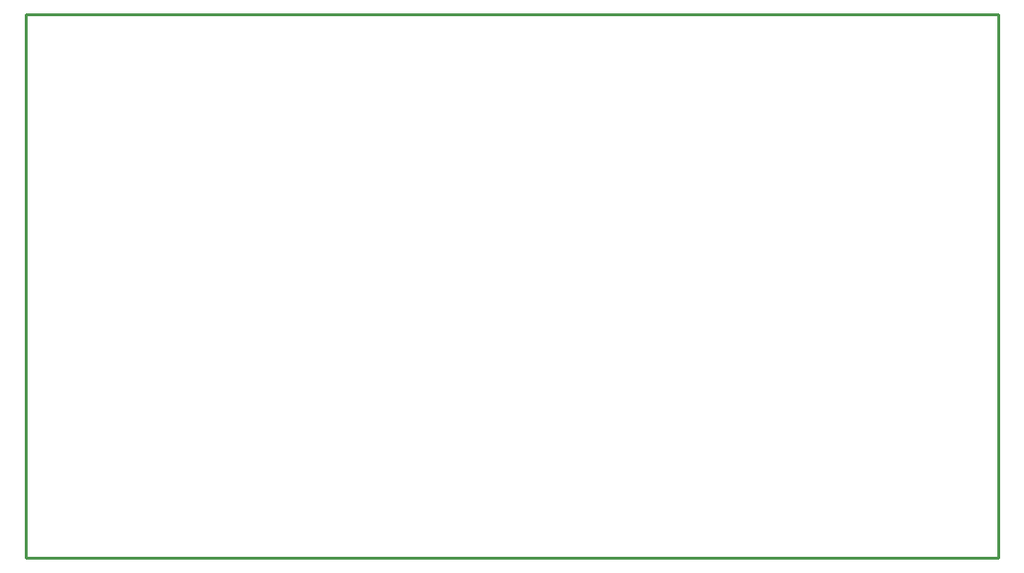
<source format=gko>
G04 ---------------------------- Layer name :KeepOutLayer*
G04 EasyEDA v5.8.19, Tue, 23 Oct 2018 04:56:52 GMT*
G04 ff24bd7eb87e4772a3a352ded0ffbd4c*
G04 Gerber Generator version 0.2*
G04 Scale: 100 percent, Rotated: No, Reflected: No *
G04 Dimensions in inches *
G04 leading zeros omitted , absolute positions ,2 integer and 4 decimal *
%FSLAX24Y24*%
%MOIN*%
G90*
G70D02*

%ADD10C,0.010000*%
G54D10*
G01X0Y19000D02*
G01X34000Y19000D01*
G01X34000Y0D01*
G01X0Y0D01*
G01X0Y19000D01*

%LPD*%
M00*
M02*

</source>
